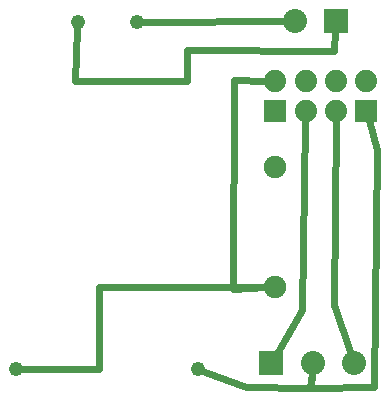
<source format=gbl>
G04 MADE WITH FRITZING*
G04 WWW.FRITZING.ORG*
G04 DOUBLE SIDED*
G04 HOLES PLATED*
G04 CONTOUR ON CENTER OF CONTOUR VECTOR*
%ASAXBY*%
%FSLAX23Y23*%
%MOIN*%
%OFA0B0*%
%SFA1.0B1.0*%
%ADD10C,0.074472*%
%ADD11C,0.047978*%
%ADD12C,0.080000*%
%ADD13C,0.075000*%
%ADD14R,0.074472X0.074108*%
%ADD15R,0.080000X0.080000*%
%ADD16C,0.024000*%
%LNCOPPER0*%
G90*
G70*
G54D10*
X1271Y963D03*
X1271Y1063D03*
X1170Y963D03*
X1170Y1063D03*
X1070Y963D03*
X1070Y1063D03*
X969Y963D03*
X969Y1063D03*
G54D11*
X310Y1259D03*
X508Y1259D03*
X712Y102D03*
X106Y102D03*
G54D12*
X1171Y1263D03*
X1033Y1263D03*
G54D13*
X967Y377D03*
X967Y777D03*
G54D12*
X956Y122D03*
X1094Y122D03*
X1232Y122D03*
G54D14*
X1271Y963D03*
X969Y963D03*
G54D15*
X1171Y1263D03*
X956Y122D03*
G54D16*
X673Y1165D02*
X1165Y1162D01*
D02*
X1165Y1162D02*
X1169Y1232D01*
D02*
X673Y1062D02*
X673Y1165D01*
D02*
X309Y1237D02*
X301Y1062D01*
D02*
X301Y1062D02*
X673Y1062D01*
D02*
X1069Y931D02*
X1059Y301D01*
D02*
X1059Y301D02*
X972Y149D01*
D02*
X530Y1259D02*
X1002Y1262D01*
D02*
X938Y1063D02*
X831Y1066D01*
D02*
X831Y1066D02*
X827Y371D01*
D02*
X827Y371D02*
X939Y376D01*
D02*
X733Y94D02*
X871Y44D01*
D02*
X871Y44D02*
X1085Y40D01*
D02*
X1085Y40D02*
X1090Y91D01*
D02*
X1298Y44D02*
X1088Y40D01*
D02*
X1088Y40D02*
X1092Y91D01*
D02*
X1309Y834D02*
X1298Y44D01*
D02*
X1280Y933D02*
X1309Y834D01*
D02*
X1165Y316D02*
X1170Y931D01*
D02*
X1222Y152D02*
X1165Y316D01*
D02*
X382Y103D02*
X382Y375D01*
D02*
X382Y375D02*
X939Y377D01*
D02*
X128Y102D02*
X382Y103D01*
G04 End of Copper0*
M02*
</source>
